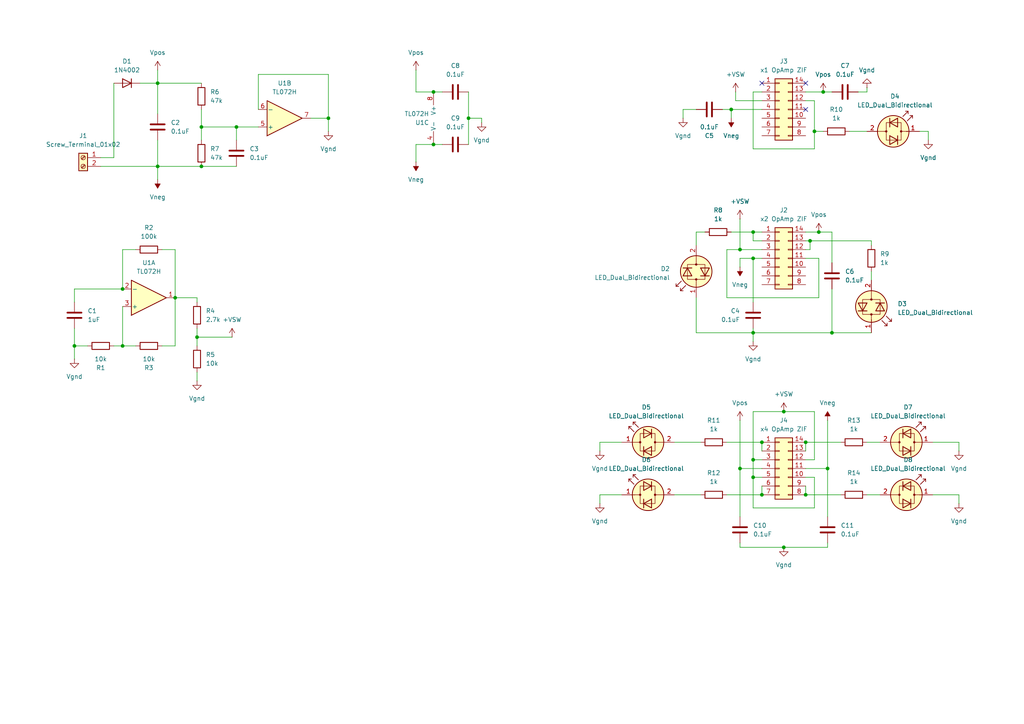
<source format=kicad_sch>
(kicad_sch (version 20231120) (generator "eeschema") (generator_version "8.0")
  (paper "A4")
  (lib_symbols
    (symbol "Amplifier_Operational:TL072" (pin_names (offset 0.127))
      (property "Reference" "U" (at 0 5.08 0))
      (property "Value" "TL072" (at 0 -5.08 0))
      (symbol "TL072_1_1"
        (polyline (pts (xy -5.08 5.08) (xy 5.08 0) (xy -5.08 -5.08) (xy -5.08 5.08)) (stroke (width 0.254)) (fill (type background)))
        (pin output line (at 7.62 0 180) (length 2.54) (name "~") (number "1"))
        (pin input line (at -7.62 -2.54 0) (length 2.54) (name "-") (number "2"))
        (pin input line (at -7.62 2.54 0) (length 2.54) (name "+") (number "3"))
      )
      (symbol "TL072_2_1"
        (polyline (pts (xy -5.08 5.08) (xy 5.08 0) (xy -5.08 -5.08) (xy -5.08 5.08)) (stroke (width 0.254)) (fill (type background)))
        (pin input line (at -7.62 2.54 0) (length 2.54) (name "+") (number "5"))
        (pin input line (at -7.62 -2.54 0) (length 2.54) (name "-") (number "6"))
        (pin output line (at 7.62 0 180) (length 2.54) (name "~") (number "7"))
      )
      (symbol "TL072_3_1"
        (pin power_in line (at -2.54 -7.62 90) (length 3.81) (name "V-") (number "4"))
        (pin power_in line (at -2.54 7.62 270) (length 3.81) (name "V+") (number "8"))
      )
    )
    (symbol "Connector:Screw_Terminal_01x02" (pin_names (offset 1.016) hide)
      (property "Reference" "J" (at 0 2.54 0))
      (property "Value" "Screw_Terminal_01x02" (at 0 -5.08 0))
      (symbol "Screw_Terminal_01x02_1_1"
        (rectangle (start -1.27 1.27) (end 1.27 -3.81) (stroke (width 0.254)) (fill (type background)))
        (circle (center 0 -2.54) (radius 0.635) (stroke (width 0.1524)))
        (polyline (pts (xy -0.5334 -2.2098) (xy 0.3302 -3.048)) (stroke (width 0.1524)))
        (polyline (pts (xy -0.5334 0.3302) (xy 0.3302 -0.508)) (stroke (width 0.1524)))
        (polyline (pts (xy -0.3556 -2.032) (xy 0.508 -2.8702)) (stroke (width 0.1524)))
        (polyline (pts (xy -0.3556 0.508) (xy 0.508 -0.3302)) (stroke (width 0.1524)))
        (circle (center 0 0) (radius 0.635) (stroke (width 0.1524)))
        (pin passive line (at -5.08 0 0) (length 3.81) (name "Pin_1") (number "1"))
        (pin passive line (at -5.08 -2.54 0) (length 3.81) (name "Pin_2") (number "2"))
      )
    )
    (symbol "Connector_Generic:Conn_02x07_Counter_Clockwise" (pin_names (offset 1.016) hide)
      (property "Reference" "J" (at 1.27 10.16 0))
      (property "Value" "Conn_02x07_Counter_Clockwise" (at 1.27 -10.16 0))
      (symbol "Conn_02x07_Counter_Clockwise_1_1"
        (rectangle (start -1.27 -7.493) (end 0 -7.747) (stroke (width 0.1524)))
        (rectangle (start -1.27 -4.953) (end 0 -5.207) (stroke (width 0.1524)))
        (rectangle (start -1.27 -2.413) (end 0 -2.667) (stroke (width 0.1524)))
        (rectangle (start -1.27 0.127) (end 0 -0.127) (stroke (width 0.1524)))
        (rectangle (start -1.27 2.667) (end 0 2.413) (stroke (width 0.1524)))
        (rectangle (start -1.27 5.207) (end 0 4.953) (stroke (width 0.1524)))
        (rectangle (start -1.27 7.747) (end 0 7.493) (stroke (width 0.1524)))
        (rectangle (start -1.27 8.89) (end 3.81 -8.89) (stroke (width 0.254)) (fill (type background)))
        (rectangle (start 3.81 -7.493) (end 2.54 -7.747) (stroke (width 0.1524)))
        (rectangle (start 3.81 -4.953) (end 2.54 -5.207) (stroke (width 0.1524)))
        (rectangle (start 3.81 -2.413) (end 2.54 -2.667) (stroke (width 0.1524)))
        (rectangle (start 3.81 0.127) (end 2.54 -0.127) (stroke (width 0.1524)))
        (rectangle (start 3.81 2.667) (end 2.54 2.413) (stroke (width 0.1524)))
        (rectangle (start 3.81 5.207) (end 2.54 4.953) (stroke (width 0.1524)))
        (rectangle (start 3.81 7.747) (end 2.54 7.493) (stroke (width 0.1524)))
        (pin passive line (at -5.08 7.62 0) (length 3.81) (name "Pin_1") (number "1"))
        (pin passive line (at 7.62 -2.54 180) (length 3.81) (name "Pin_10") (number "10"))
        (pin passive line (at 7.62 0 180) (length 3.81) (name "Pin_11") (number "11"))
        (pin passive line (at 7.62 2.54 180) (length 3.81) (name "Pin_12") (number "12"))
        (pin passive line (at 7.62 5.08 180) (length 3.81) (name "Pin_13") (number "13"))
        (pin passive line (at 7.62 7.62 180) (length 3.81) (name "Pin_14") (number "14"))
        (pin passive line (at -5.08 5.08 0) (length 3.81) (name "Pin_2") (number "2"))
        (pin passive line (at -5.08 2.54 0) (length 3.81) (name "Pin_3") (number "3"))
        (pin passive line (at -5.08 0 0) (length 3.81) (name "Pin_4") (number "4"))
        (pin passive line (at -5.08 -2.54 0) (length 3.81) (name "Pin_5") (number "5"))
        (pin passive line (at -5.08 -5.08 0) (length 3.81) (name "Pin_6") (number "6"))
        (pin passive line (at -5.08 -7.62 0) (length 3.81) (name "Pin_7") (number "7"))
        (pin passive line (at 7.62 -7.62 180) (length 3.81) (name "Pin_8") (number "8"))
        (pin passive line (at 7.62 -5.08 180) (length 3.81) (name "Pin_9") (number "9"))
      )
    )
    (symbol "Device:C" (pin_numbers hide) (pin_names (offset 0.254))
      (property "Reference" "C" (at 0.635 2.54 0))
      (property "Value" "C" (at 0.635 -2.54 0))
      (symbol "C_0_1"
        (polyline (pts (xy -2.032 -0.762) (xy 2.032 -0.762)) (stroke (width 0.508)))
        (polyline (pts (xy -2.032 0.762) (xy 2.032 0.762)) (stroke (width 0.508)))
      )
      (symbol "C_1_1"
        (pin passive line (at 0 3.81 270) (length 2.794) (name "~") (number "1"))
        (pin passive line (at 0 -3.81 90) (length 2.794) (name "~") (number "2"))
      )
    )
    (symbol "Device:LED_Dual_Bidirectional" (pin_names (offset 0) hide)
      (property "Reference" "D" (at 0 5.715 0))
      (property "Value" "LED_Dual_Bidirectional" (at 0 -6.35 0))
      (symbol "LED_Dual_Bidirectional_0_1"
        (circle (center -2.032 0) (radius 0.254) (fill (type outline)))
        (polyline (pts (xy -4.572 0) (xy -2.54 0)))
        (polyline (pts (xy -2.032 0) (xy -2.54 0)))
        (polyline (pts (xy -1.016 3.81) (xy -1.016 1.27)) (stroke (width 0.254)))
        (polyline (pts (xy 1.27 -1.27) (xy 1.27 -3.81)) (stroke (width 0.254)))
        (polyline (pts (xy 4.064 0) (xy 2.286 0)) (fill (type outline)))
        (polyline (pts (xy 4.318 5.842) (xy 4.318 5.08)) (stroke (width 0.2032)))
        (polyline (pts (xy 5.588 4.572) (xy 5.588 3.81)) (stroke (width 0.2032)))
        (polyline (pts (xy 2.794 4.318) (xy 4.318 5.842) (xy 3.556 5.842)) (stroke (width 0.2032)))
        (polyline (pts (xy 4.064 3.048) (xy 5.588 4.572) (xy 4.826 4.572)) (stroke (width 0.2032)))
        (polyline (pts (xy -1.016 -1.27) (xy -1.016 -3.81) (xy 1.27 -2.54) (xy -1.016 -1.27)) (stroke (width 0.254)))
        (polyline (pts (xy 1.27 3.81) (xy 1.27 1.27) (xy -1.016 2.54) (xy 1.27 3.81)) (stroke (width 0.254)))
        (polyline (pts (xy 2.286 2.54) (xy -2.032 2.54) (xy -2.032 -2.54) (xy 2.286 -2.54) (xy 2.286 2.54)))
        (circle (center 0 0) (radius 4.572) (stroke (width 0.254)) (fill (type background)))
        (circle (center 2.286 0) (radius 0.254) (fill (type outline)))
      )
      (symbol "LED_Dual_Bidirectional_1_1"
        (pin input line (at 7.62 0 180) (length 3.81) (name "KA") (number "1"))
        (pin input line (at -7.62 0 0) (length 3.048) (name "AK") (number "2"))
      )
    )
    (symbol "Device:R" (pin_numbers hide) (pin_names (offset 0))
      (property "Reference" "R" (at 2.032 0 90))
      (property "Value" "R" (at 0 0 90))
      (symbol "R_0_1"
        (rectangle (start -1.016 -2.54) (end 1.016 2.54) (stroke (width 0.254)))
      )
      (symbol "R_1_1"
        (pin passive line (at 0 3.81 270) (length 1.27) (name "~") (number "1"))
        (pin passive line (at 0 -3.81 90) (length 1.27) (name "~") (number "2"))
      )
    )
    (symbol "Diode:1N4002" (pin_numbers hide) (pin_names hide)
      (property "Reference" "D" (at 0 2.54 0))
      (property "Value" "1N4002" (at 0 -2.54 0))
      (symbol "1N4002_0_1"
        (polyline (pts (xy -1.27 1.27) (xy -1.27 -1.27)) (stroke (width 0.254)))
        (polyline (pts (xy 1.27 0) (xy -1.27 0)))
        (polyline (pts (xy 1.27 1.27) (xy 1.27 -1.27) (xy -1.27 0) (xy 1.27 1.27)) (stroke (width 0.254)))
      )
      (symbol "1N4002_1_1"
        (pin passive line (at -3.81 0 0) (length 2.54) (name "K") (number "1"))
        (pin passive line (at 3.81 0 180) (length 2.54) (name "A") (number "2"))
      )
    )
    (symbol "power:+VSW" (power) (pin_numbers hide) (pin_names (offset 0) hide)
      (property "Value" "+VSW" (at 0 3.556 0))
      (symbol "+VSW_0_1"
        (polyline (pts (xy -0.762 1.27) (xy 0 2.54)))
        (polyline (pts (xy 0 0) (xy 0 2.54)))
        (polyline (pts (xy 0 2.54) (xy 0.762 1.27)))
      )
      (symbol "+VSW_1_1"
        (pin power_in line (at 0 0 90) (length 0) (name "~") (number "1"))
      )
    )
    (symbol "power:-9V" (power) (pin_numbers hide) (pin_names (offset 0) hide)
      (property "Value" "-9V" (at 0 3.556 0))
      (symbol "-9V_0_1"
        (polyline (pts (xy 0 0) (xy 0 2.54)))
        (polyline (pts (xy 0.762 1.27) (xy -0.762 1.27) (xy 0 2.54) (xy 0.762 1.27)) (fill (type outline)))
      )
      (symbol "-9V_1_1"
        (pin power_in line (at 0 0 90) (length 0) (name "~") (number "1"))
      )
    )
    (symbol "power:GND" (power) (pin_numbers hide) (pin_names (offset 0) hide)
      (property "Value" "GND" (at 0 -3.81 0))
      (symbol "GND_0_1"
        (polyline (pts (xy 0 0) (xy 0 -1.27) (xy 1.27 -1.27) (xy 0 -2.54) (xy -1.27 -1.27) (xy 0 -1.27)))
      )
      (symbol "GND_1_1"
        (pin power_in line (at 0 0 270) (length 0) (name "~") (number "1"))
      )
    )
    (symbol "power:VBUS" (power) (pin_numbers hide) (pin_names (offset 0) hide)
      (property "Value" "VBUS" (at 0 3.556 0))
      (symbol "VBUS_0_1"
        (polyline (pts (xy -0.762 1.27) (xy 0 2.54)))
        (polyline (pts (xy 0 0) (xy 0 2.54)))
        (polyline (pts (xy 0 2.54) (xy 0.762 1.27)))
      )
      (symbol "VBUS_1_1"
        (pin power_in line (at 0 0 90) (length 0) (name "~") (number "1"))
      )
    )
  )
  (junction (at 233.68 128.27))
  (junction (at 57.15 97.79))
  (junction (at 35.56 83.82))
  (junction (at 135.89 34.29))
  (junction (at 45.72 48.26))
  (junction (at 58.42 36.83))
  (junction (at 240.03 135.89))
  (junction (at 241.3 96.52))
  (junction (at 214.63 135.89))
  (junction (at 227.33 158.75))
  (junction (at 236.22 38.1))
  (junction (at 35.56 100.33))
  (junction (at 220.98 143.51))
  (junction (at 21.59 100.33))
  (junction (at 212.09 31.75))
  (junction (at 237.49 67.31))
  (junction (at 125.73 26.67))
  (junction (at 234.95 69.85))
  (junction (at 125.73 41.91))
  (junction (at 227.33 119.38))
  (junction (at 218.44 133.35))
  (junction (at 50.8 86.36))
  (junction (at 218.44 138.43))
  (junction (at 58.42 48.26))
  (junction (at 45.72 24.13))
  (junction (at 238.76 26.67))
  (junction (at 218.44 67.31))
  (junction (at 95.25 34.29))
  (junction (at 68.58 36.83))
  (junction (at 233.68 143.51))
  (junction (at 214.63 72.39))
  (junction (at 220.98 128.27))
  (junction (at 218.44 96.52))
  (junction (at 218.44 74.93))
  (no_connect (at 233.68 31.75))
  (no_connect (at 220.98 24.13))
  (no_connect (at 233.68 24.13))
  (wire (pts (xy 45.72 20.32) (xy 45.72 24.13)))
  (wire (pts (xy 236.22 138.43) (xy 233.68 138.43)))
  (wire (pts (xy 237.49 67.31) (xy 241.3 67.31)))
  (wire (pts (xy 21.59 100.33) (xy 21.59 104.14)))
  (wire (pts (xy 125.73 41.91) (xy 128.27 41.91)))
  (wire (pts (xy 95.25 34.29) (xy 90.17 34.29)))
  (wire (pts (xy 237.49 74.93) (xy 237.49 86.36)))
  (wire (pts (xy 33.02 45.72) (xy 29.21 45.72)))
  (wire (pts (xy 57.15 95.25) (xy 57.15 97.79)))
  (wire (pts (xy 241.3 83.82) (xy 241.3 96.52)))
  (wire (pts (xy 220.98 135.89) (xy 214.63 135.89)))
  (wire (pts (xy 212.09 31.75) (xy 220.98 31.75)))
  (wire (pts (xy 58.42 24.13) (xy 45.72 24.13)))
  (wire (pts (xy 251.46 128.27) (xy 255.27 128.27)))
  (wire (pts (xy 139.7 35.56) (xy 139.7 34.29)))
  (wire (pts (xy 45.72 24.13) (xy 40.64 24.13)))
  (wire (pts (xy 29.21 48.26) (xy 45.72 48.26)))
  (wire (pts (xy 218.44 119.38) (xy 218.44 133.35)))
  (wire (pts (xy 212.09 31.75) (xy 212.09 34.29)))
  (wire (pts (xy 218.44 95.25) (xy 218.44 96.52)))
  (wire (pts (xy 214.63 72.39) (xy 220.98 72.39)))
  (wire (pts (xy 218.44 69.85) (xy 218.44 67.31)))
  (wire (pts (xy 233.68 69.85) (xy 234.95 69.85)))
  (wire (pts (xy 233.68 26.67) (xy 238.76 26.67)))
  (wire (pts (xy 248.92 26.67) (xy 251.46 26.67)))
  (wire (pts (xy 68.58 36.83) (xy 68.58 40.64)))
  (wire (pts (xy 218.44 119.38) (xy 227.33 119.38)))
  (wire (pts (xy 58.42 36.83) (xy 58.42 40.64)))
  (wire (pts (xy 201.93 96.52) (xy 218.44 96.52)))
  (wire (pts (xy 68.58 36.83) (xy 58.42 36.83)))
  (wire (pts (xy 198.12 31.75) (xy 198.12 34.29)))
  (wire (pts (xy 135.89 26.67) (xy 135.89 34.29)))
  (wire (pts (xy 74.93 31.75) (xy 74.93 21.59)))
  (wire (pts (xy 218.44 133.35) (xy 218.44 138.43)))
  (wire (pts (xy 218.44 43.18) (xy 236.22 43.18)))
  (wire (pts (xy 218.44 96.52) (xy 218.44 99.06)))
  (wire (pts (xy 237.49 86.36) (xy 210.82 86.36)))
  (wire (pts (xy 218.44 147.32) (xy 236.22 147.32)))
  (wire (pts (xy 35.56 100.33) (xy 39.37 100.33)))
  (wire (pts (xy 241.3 67.31) (xy 241.3 76.2)))
  (wire (pts (xy 238.76 26.67) (xy 241.3 26.67)))
  (wire (pts (xy 236.22 29.21) (xy 233.68 29.21)))
  (wire (pts (xy 57.15 97.79) (xy 67.31 97.79)))
  (wire (pts (xy 233.68 143.51) (xy 243.84 143.51)))
  (wire (pts (xy 233.68 128.27) (xy 233.68 130.81)))
  (wire (pts (xy 21.59 100.33) (xy 25.4 100.33)))
  (wire (pts (xy 233.68 135.89) (xy 240.03 135.89)))
  (wire (pts (xy 236.22 147.32) (xy 236.22 138.43)))
  (wire (pts (xy 35.56 100.33) (xy 33.02 100.33)))
  (wire (pts (xy 218.44 26.67) (xy 218.44 43.18)))
  (wire (pts (xy 50.8 72.39) (xy 50.8 86.36)))
  (wire (pts (xy 240.03 135.89) (xy 240.03 149.86)))
  (wire (pts (xy 227.33 158.75) (xy 240.03 158.75)))
  (wire (pts (xy 173.99 130.81) (xy 173.99 128.27)))
  (wire (pts (xy 220.98 26.67) (xy 218.44 26.67)))
  (wire (pts (xy 95.25 34.29) (xy 95.25 38.1)))
  (wire (pts (xy 125.73 26.67) (xy 128.27 26.67)))
  (wire (pts (xy 236.22 38.1) (xy 236.22 29.21)))
  (wire (pts (xy 45.72 24.13) (xy 45.72 33.02)))
  (wire (pts (xy 213.36 29.21) (xy 220.98 29.21)))
  (wire (pts (xy 212.09 67.31) (xy 218.44 67.31)))
  (wire (pts (xy 236.22 43.18) (xy 236.22 38.1)))
  (wire (pts (xy 233.68 74.93) (xy 237.49 74.93)))
  (wire (pts (xy 57.15 87.63) (xy 57.15 86.36)))
  (wire (pts (xy 214.63 158.75) (xy 227.33 158.75)))
  (wire (pts (xy 201.93 86.36) (xy 201.93 96.52)))
  (wire (pts (xy 246.38 38.1) (xy 251.46 38.1)))
  (wire (pts (xy 218.44 67.31) (xy 220.98 67.31)))
  (wire (pts (xy 195.58 143.51) (xy 203.2 143.51)))
  (wire (pts (xy 240.03 157.48) (xy 240.03 158.75)))
  (wire (pts (xy 173.99 128.27) (xy 180.34 128.27)))
  (wire (pts (xy 210.82 86.36) (xy 210.82 72.39)))
  (wire (pts (xy 218.44 74.93) (xy 220.98 74.93)))
  (wire (pts (xy 234.95 72.39) (xy 234.95 69.85)))
  (wire (pts (xy 218.44 96.52) (xy 241.3 96.52)))
  (wire (pts (xy 39.37 72.39) (xy 35.56 72.39)))
  (wire (pts (xy 233.68 67.31) (xy 237.49 67.31)))
  (wire (pts (xy 236.22 133.35) (xy 236.22 119.38)))
  (wire (pts (xy 214.63 157.48) (xy 214.63 158.75)))
  (wire (pts (xy 251.46 143.51) (xy 255.27 143.51)))
  (wire (pts (xy 214.63 135.89) (xy 214.63 149.86)))
  (wire (pts (xy 227.33 119.38) (xy 236.22 119.38)))
  (wire (pts (xy 210.82 143.51) (xy 220.98 143.51)))
  (wire (pts (xy 46.99 100.33) (xy 50.8 100.33)))
  (wire (pts (xy 278.13 128.27) (xy 270.51 128.27)))
  (wire (pts (xy 214.63 74.93) (xy 218.44 74.93)))
  (wire (pts (xy 57.15 107.95) (xy 57.15 110.49)))
  (wire (pts (xy 220.98 69.85) (xy 218.44 69.85)))
  (wire (pts (xy 218.44 133.35) (xy 220.98 133.35)))
  (wire (pts (xy 45.72 40.64) (xy 45.72 48.26)))
  (wire (pts (xy 50.8 86.36) (xy 57.15 86.36)))
  (wire (pts (xy 252.73 71.12) (xy 252.73 69.85)))
  (wire (pts (xy 45.72 48.26) (xy 58.42 48.26)))
  (wire (pts (xy 195.58 128.27) (xy 203.2 128.27)))
  (wire (pts (xy 269.24 38.1) (xy 266.7 38.1)))
  (wire (pts (xy 278.13 146.05) (xy 278.13 143.51)))
  (wire (pts (xy 50.8 86.36) (xy 50.8 100.33)))
  (wire (pts (xy 120.65 46.99) (xy 120.65 41.91)))
  (wire (pts (xy 278.13 128.27) (xy 278.13 130.81)))
  (wire (pts (xy 95.25 21.59) (xy 95.25 34.29)))
  (wire (pts (xy 220.98 140.97) (xy 220.98 143.51)))
  (wire (pts (xy 209.55 31.75) (xy 212.09 31.75)))
  (wire (pts (xy 21.59 95.25) (xy 21.59 100.33)))
  (wire (pts (xy 173.99 146.05) (xy 173.99 143.51)))
  (wire (pts (xy 210.82 128.27) (xy 220.98 128.27)))
  (wire (pts (xy 201.93 67.31) (xy 204.47 67.31)))
  (wire (pts (xy 74.93 21.59) (xy 95.25 21.59)))
  (wire (pts (xy 201.93 67.31) (xy 201.93 71.12)))
  (wire (pts (xy 218.44 138.43) (xy 218.44 147.32)))
  (wire (pts (xy 46.99 72.39) (xy 50.8 72.39)))
  (wire (pts (xy 233.68 128.27) (xy 243.84 128.27)))
  (wire (pts (xy 236.22 38.1) (xy 238.76 38.1)))
  (wire (pts (xy 33.02 24.13) (xy 33.02 45.72)))
  (wire (pts (xy 214.63 121.92) (xy 214.63 135.89)))
  (wire (pts (xy 21.59 87.63) (xy 21.59 83.82)))
  (wire (pts (xy 35.56 88.9) (xy 35.56 100.33)))
  (wire (pts (xy 278.13 143.51) (xy 270.51 143.51)))
  (wire (pts (xy 220.98 128.27) (xy 220.98 130.81)))
  (wire (pts (xy 252.73 78.74) (xy 252.73 81.28)))
  (wire (pts (xy 241.3 96.52) (xy 252.73 96.52)))
  (wire (pts (xy 210.82 72.39) (xy 214.63 72.39)))
  (wire (pts (xy 45.72 48.26) (xy 45.72 52.07)))
  (wire (pts (xy 68.58 36.83) (xy 74.93 36.83)))
  (wire (pts (xy 120.65 20.32) (xy 120.65 26.67)))
  (wire (pts (xy 57.15 97.79) (xy 57.15 100.33)))
  (wire (pts (xy 220.98 138.43) (xy 218.44 138.43)))
  (wire (pts (xy 35.56 72.39) (xy 35.56 83.82)))
  (wire (pts (xy 214.63 77.47) (xy 214.63 74.93)))
  (wire (pts (xy 214.63 63.5) (xy 214.63 72.39)))
  (wire (pts (xy 218.44 87.63) (xy 218.44 74.93)))
  (wire (pts (xy 21.59 83.82) (xy 35.56 83.82)))
  (wire (pts (xy 234.95 69.85) (xy 252.73 69.85)))
  (wire (pts (xy 58.42 48.26) (xy 68.58 48.26)))
  (wire (pts (xy 251.46 26.67) (xy 251.46 25.4)))
  (wire (pts (xy 240.03 121.92) (xy 240.03 135.89)))
  (wire (pts (xy 269.24 40.64) (xy 269.24 38.1)))
  (wire (pts (xy 201.93 31.75) (xy 198.12 31.75)))
  (wire (pts (xy 233.68 72.39) (xy 234.95 72.39)))
  (wire (pts (xy 213.36 26.67) (xy 213.36 29.21)))
  (wire (pts (xy 139.7 34.29) (xy 135.89 34.29)))
  (wire (pts (xy 135.89 34.29) (xy 135.89 41.91)))
  (wire (pts (xy 173.99 143.51) (xy 180.34 143.51)))
  (wire (pts (xy 120.65 26.67) (xy 125.73 26.67)))
  (wire (pts (xy 120.65 41.91) (xy 125.73 41.91)))
  (wire (pts (xy 233.68 133.35) (xy 236.22 133.35)))
  (wire (pts (xy 233.68 140.97) (xy 233.68 143.51)))
  (wire (pts (xy 58.42 31.75) (xy 58.42 36.83)))
  (symbol (lib_id "power:GND") (at 57.15 110.49 0) (unit 1)
    (property "Reference" "#PWR05" (effects (hide yes)))
    (property "Value" "Vgnd" (at 57.15 115.57 0))
    (property "Description" "Power symbol creates a global label with name \"GND\" , ground" (effects (hide yes)))
  )
  (symbol (lib_id "Device:LED_Dual_Bidirectional") (at 262.89 143.51 0) (unit 1)
    (property "Reference" "D8" (at 263.3853 133.35 0))
    (property "Value" "LED_Dual_Bidirectional" (at 263.3853 135.89 0))
    (property "Footprint" "LED_SMD:LED_0805_2012Metric" (effects (hide yes)))
    (property "Datasheet" "https://www.mouser.com/datasheet/2/216/APHBM2012SURKCGKC-72097.pdf" (effects (hide yes)))
    (property "Description" "Dual LED, bidirectional" (effects (hide yes)))
  )
  (symbol (lib_id "power:VBUS") (at 237.49 67.31 0) (unit 1)
    (property "Reference" "#PWR010" (effects (hide yes)))
    (property "Value" "Vpos" (at 237.49 62.23 0))
    (property "Description" "Power symbol creates a global label with name \"VBUS\"" (effects (hide yes)))
  )
  (symbol (lib_id "Device:LED_Dual_Bidirectional") (at 262.89 128.27 0) (unit 1)
    (property "Reference" "D7" (at 263.3853 118.11 0))
    (property "Value" "LED_Dual_Bidirectional" (at 263.3853 120.65 0))
    (property "Footprint" "LED_SMD:LED_0805_2012Metric" (effects (hide yes)))
    (property "Datasheet" "https://www.mouser.com/datasheet/2/216/APHBM2012SURKCGKC-72097.pdf" (effects (hide yes)))
    (property "Description" "Dual LED, bidirectional" (effects (hide yes)))
  )
  (symbol (lib_id "Amplifier_Operational:TL072") (at 82.55 34.29 0) (mirror x) (unit 2)
    (property "Reference" "U1" (at 82.55 24.13 0))
    (property "Value" "TL072H" (at 82.55 26.67 0))
    (property "Footprint" "Package_SO:SOIC-8_3.9x4.9mm_P1.27mm" (effects (hide yes)))
    (property "Datasheet" "https://www.ti.com/lit/ds/symlink/tl072h.pdf" (effects (hide yes)))
    (property "Description" "Dual Low-Noise JFET-Input Operational Amplifiers, DIP-8/SOIC-8" (effects (hide yes)))
  )
  (symbol (lib_id "power:VBUS") (at 238.76 26.67 0) (unit 1)
    (property "Reference" "#PWR014" (effects (hide yes)))
    (property "Value" "Vpos" (at 238.76 21.59 0))
    (property "Description" "Power symbol creates a global label with name \"VBUS\"" (effects (hide yes)))
  )
  (symbol (lib_id "power:GND") (at 218.44 99.06 0) (unit 1)
    (property "Reference" "#PWR07" (effects (hide yes)))
    (property "Value" "Vgnd" (at 218.44 104.14 0))
    (property "Description" "Power symbol creates a global label with name \"GND\" , ground" (effects (hide yes)))
  )
  (symbol (lib_id "power:GND") (at 269.24 40.64 0) (unit 1)
    (property "Reference" "#PWR017" (effects (hide yes)))
    (property "Value" "Vgnd" (at 269.24 45.72 0))
    (property "Description" "Power symbol creates a global label with name \"GND\" , ground" (effects (hide yes)))
  )
  (symbol (lib_id "Device:C") (at 245.11 26.67 90) (unit 1)
    (property "Reference" "C7" (at 245.11 19.05 90))
    (property "Value" "0.1uF" (at 245.11 21.59 90))
    (property "Footprint" "Capacitor_SMD:C_0805_2012Metric" (effects (hide yes)))
    (property "Description" "Unpolarized capacitor" (effects (hide yes)))
  )
  (symbol (lib_id "Device:LED_Dual_Bidirectional") (at 187.96 128.27 0) (mirror y) (unit 1)
    (property "Reference" "D5" (at 187.4647 118.11 0))
    (property "Value" "LED_Dual_Bidirectional" (at 187.4647 120.65 0))
    (property "Footprint" "LED_SMD:LED_0805_2012Metric" (effects (hide yes)))
    (property "Datasheet" "https://www.mouser.com/datasheet/2/216/APHBM2012SURKCGKC-72097.pdf" (effects (hide yes)))
    (property "Description" "Dual LED, bidirectional" (effects (hide yes)))
  )
  (symbol (lib_id "Device:R") (at 207.01 143.51 90) (unit 1)
    (property "Reference" "R12" (at 207.01 137.16 90))
    (property "Value" "1k" (at 207.01 139.7 90))
    (property "Footprint" "Resistor_SMD:R_0805_2012Metric" (effects (hide yes)))
    (property "Description" "Resistor" (effects (hide yes)))
  )
  (symbol (lib_id "Device:R") (at 207.01 128.27 90) (unit 1)
    (property "Reference" "R11" (at 207.01 121.92 90))
    (property "Value" "1k" (at 207.01 124.46 90))
    (property "Footprint" "Resistor_SMD:R_0805_2012Metric" (effects (hide yes)))
    (property "Description" "Resistor" (effects (hide yes)))
  )
  (symbol (lib_id "Device:C") (at 132.08 41.91 90) (unit 1)
    (property "Reference" "C9" (at 132.08 34.29 90))
    (property "Value" "0.1uF" (at 132.08 36.83 90))
    (property "Footprint" "Capacitor_SMD:C_0805_2012Metric" (effects (hide yes)))
    (property "Description" "Unpolarized capacitor" (effects (hide yes)))
  )
  (symbol (lib_id "Device:C") (at 214.63 153.67 0) (unit 1)
    (property "Reference" "C10" (at 218.44 152.3999 0) (effects (justify left)))
    (property "Value" "0.1uF" (at 218.44 154.9399 0) (effects (justify left)))
    (property "Footprint" "Capacitor_SMD:C_0805_2012Metric" (effects (hide yes)))
    (property "Description" "Unpolarized capacitor" (effects (hide yes)))
  )
  (symbol (lib_id "Amplifier_Operational:TL072") (at 128.27 34.29 0) (unit 3)
    (property "Reference" "U1" (at 124.46 35.5601 0) (effects (justify right)))
    (property "Value" "TL072H" (at 124.46 33.0201 0) (effects (justify right)))
    (property "Footprint" "Package_SO:SOIC-8_3.9x4.9mm_P1.27mm" (effects (hide yes)))
    (property "Datasheet" "https://www.ti.com/lit/ds/symlink/tl072h.pdf" (effects (hide yes)))
    (property "Description" "Dual Low-Noise JFET-Input Operational Amplifiers, DIP-8/SOIC-8" (effects (hide yes)))
  )
  (symbol (lib_id "Connector:Screw_Terminal_01x02") (at 24.13 45.72 0) (mirror y) (unit 1)
    (property "Reference" "J1" (at 24.13 39.37 0))
    (property "Value" "Screw_Terminal_01x02" (at 24.13 41.91 0))
    (property "Footprint" "TerminalBlock:TerminalBlock_Altech_AK300-2_P5.00mm" (effects (hide yes)))
    (property "Description" "Generic screw terminal, single row, 01x02, script generated (kicad-library-utils/schlib/autogen/connector/)" (effects (hide yes)))
  )
  (symbol (lib_id "Device:R") (at 58.42 44.45 0) (unit 1)
    (property "Reference" "R7" (at 60.96 43.1799 0) (effects (justify left)))
    (property "Value" "47k" (at 60.96 45.7199 0) (effects (justify left)))
    (property "Footprint" "Resistor_SMD:R_0805_2012Metric" (effects (hide yes)))
    (property "Description" "Resistor" (effects (hide yes)))
  )
  (symbol (lib_id "Diode:1N4002") (at 36.83 24.13 0) (mirror y) (unit 1)
    (property "Reference" "D1" (at 36.83 17.78 0))
    (property "Value" "1N4002" (at 36.83 20.32 0))
    (property "Footprint" "Diode_THT:D_DO-41_SOD81_P10.16mm_Horizontal" (effects (hide yes)))
    (property "Datasheet" "http://www.vishay.com/docs/88503/1n4001.pdf" (effects (hide yes)))
    (property "Description" "100V 1A General Purpose Rectifier Diode, DO-41" (effects (hide yes)))
    (property "Sim.Device" "D" (effects (hide yes)))
    (property "Sim.Pins" "1=K 2=A" (effects (hide yes)))
  )
  (symbol (lib_id "Amplifier_Operational:TL072") (at 43.18 86.36 0) (mirror x) (unit 1)
    (property "Reference" "U1" (at 43.18 76.2 0))
    (property "Value" "TL072H" (at 43.18 78.74 0))
    (property "Footprint" "Package_SO:SOIC-8_3.9x4.9mm_P1.27mm" (effects (hide yes)))
    (property "Datasheet" "https://www.ti.com/lit/ds/symlink/tl072h.pdf" (effects (hide yes)))
    (property "Description" "Dual Low-Noise JFET-Input Operational Amplifiers, DIP-8/SOIC-8" (effects (hide yes)))
  )
  (symbol (lib_id "power:-9V") (at 45.72 52.07 180) (unit 1)
    (property "Reference" "#PWR03" (effects (hide yes)))
    (property "Value" "Vneg" (at 45.72 57.15 0))
    (property "Description" "Power symbol creates a global label with name \"-9V\"" (effects (hide yes)))
  )
  (symbol (lib_id "power:GND") (at 173.99 130.81 0) (unit 1)
    (property "Reference" "#PWR018" (effects (hide yes)))
    (property "Value" "Vgnd" (at 173.99 135.89 0))
    (property "Description" "Power symbol creates a global label with name \"GND\" , ground" (effects (hide yes)))
  )
  (symbol (lib_id "power:GND") (at 227.33 158.75 0) (unit 1)
    (property "Reference" "#PWR021" (effects (hide yes)))
    (property "Value" "Vgnd" (at 227.33 163.83 0))
    (property "Description" "Power symbol creates a global label with name \"GND\" , ground" (effects (hide yes)))
  )
  (symbol (lib_id "Device:C") (at 218.44 91.44 0) (mirror y) (unit 1)
    (property "Reference" "C4" (at 214.63 90.1699 0) (effects (justify left)))
    (property "Value" "0.1uF" (at 214.63 92.7099 0) (effects (justify left)))
    (property "Footprint" "Capacitor_SMD:C_0805_2012Metric" (effects (hide yes)))
    (property "Description" "Unpolarized capacitor" (effects (hide yes)))
  )
  (symbol (lib_id "Connector_Generic:Conn_02x07_Counter_Clockwise") (at 226.06 135.89 0) (unit 1)
    (property "Reference" "J4" (at 227.33 121.92 0))
    (property "Value" "x4 OpAmp ZIF" (at 227.33 124.46 0))
    (property "Footprint" "Package_DIP:CERDIP-14_W7.62mm_SideBrazed_LongPads_Socket" (effects (hide yes)))
    (property "Description" "Generic connector, double row, 02x07, counter clockwise pin numbering scheme (similar to DIP package numbering), script generated (kicad-library-utils/schlib/autogen/connector/)" (effects (hide yes)))
  )
  (symbol (lib_id "power:GND") (at 95.25 38.1 0) (unit 1)
    (property "Reference" "#PWR011" (effects (hide yes)))
    (property "Value" "Vgnd" (at 95.25 43.18 0))
    (property "Description" "Power symbol creates a global label with name \"GND\" , ground" (effects (hide yes)))
  )
  (symbol (lib_id "Device:LED_Dual_Bidirectional") (at 259.08 38.1 0) (unit 1)
    (property "Reference" "D4" (at 259.5753 27.94 0))
    (property "Value" "LED_Dual_Bidirectional" (at 259.5753 30.48 0))
    (property "Footprint" "LED_SMD:LED_0805_2012Metric" (effects (hide yes)))
    (property "Datasheet" "https://www.mouser.com/datasheet/2/216/APHBM2012SURKCGKC-72097.pdf" (effects (hide yes)))
    (property "Description" "Dual LED, bidirectional" (effects (hide yes)))
  )
  (symbol (lib_id "Device:R") (at 247.65 128.27 90) (unit 1)
    (property "Reference" "R13" (at 247.65 121.92 90))
    (property "Value" "1k" (at 247.65 124.46 90))
    (property "Footprint" "Resistor_SMD:R_0805_2012Metric" (effects (hide yes)))
    (property "Description" "Resistor" (effects (hide yes)))
  )
  (symbol (lib_id "power:-9V") (at 240.03 121.92 0) (mirror y) (unit 1)
    (property "Reference" "#PWR022" (effects (hide yes)))
    (property "Value" "Vneg" (at 240.03 116.84 0))
    (property "Description" "Power symbol creates a global label with name \"-9V\"" (effects (hide yes)))
  )
  (symbol (lib_id "Device:R") (at 57.15 104.14 0) (unit 1)
    (property "Reference" "R5" (at 59.69 102.8699 0) (effects (justify left)))
    (property "Value" "10k" (at 59.69 105.4099 0) (effects (justify left)))
    (property "Footprint" "Resistor_SMD:R_0805_2012Metric" (effects (hide yes)))
    (property "Description" "Resistor" (effects (hide yes)))
  )
  (symbol (lib_id "power:GND") (at 278.13 146.05 0) (unit 1)
    (property "Reference" "#PWR024" (effects (hide yes)))
    (property "Value" "Vgnd" (at 278.13 151.13 0))
    (property "Description" "Power symbol creates a global label with name \"GND\" , ground" (effects (hide yes)))
  )
  (symbol (lib_id "power:VBUS") (at 120.65 20.32 0) (unit 1)
    (property "Reference" "#PWR012" (effects (hide yes)))
    (property "Value" "Vpos" (at 120.65 15.24 0))
    (property "Description" "Power symbol creates a global label with name \"VBUS\"" (effects (hide yes)))
  )
  (symbol (lib_id "Device:R") (at 58.42 27.94 0) (unit 1)
    (property "Reference" "R6" (at 60.96 26.6699 0) (effects (justify left)))
    (property "Value" "47k" (at 60.96 29.2099 0) (effects (justify left)))
    (property "Footprint" "Resistor_SMD:R_0805_2012Metric" (effects (hide yes)))
    (property "Description" "Resistor" (effects (hide yes)))
  )
  (symbol (lib_id "Device:LED_Dual_Bidirectional") (at 201.93 78.74 90) (mirror x) (unit 1)
    (property "Reference" "D2" (at 194.31 77.9652 90) (effects (justify left)))
    (property "Value" "LED_Dual_Bidirectional" (at 194.31 80.5052 90) (effects (justify left)))
    (property "Footprint" "LED_SMD:LED_0805_2012Metric" (effects (hide yes)))
    (property "Datasheet" "https://www.mouser.com/datasheet/2/216/APHBM2012SURKCGKC-72097.pdf" (effects (hide yes)))
    (property "Description" "Dual LED, bidirectional" (effects (hide yes)))
  )
  (symbol (lib_id "power:VBUS") (at 45.72 20.32 0) (unit 1)
    (property "Reference" "#PWR02" (effects (hide yes)))
    (property "Value" "Vpos" (at 45.72 15.24 0))
    (property "Description" "Power symbol creates a global label with name \"VBUS\"" (effects (hide yes)))
  )
  (symbol (lib_id "power:GND") (at 198.12 34.29 0) (unit 1)
    (property "Reference" "#PWR08" (effects (hide yes)))
    (property "Value" "Vgnd" (at 198.12 39.37 0))
    (property "Description" "Power symbol creates a global label with name \"GND\" , ground" (effects (hide yes)))
  )
  (symbol (lib_id "power:GND") (at 251.46 25.4 0) (mirror x) (unit 1)
    (property "Reference" "#PWR015" (effects (hide yes)))
    (property "Value" "Vgnd" (at 251.46 20.32 0))
    (property "Description" "Power symbol creates a global label with name \"GND\" , ground" (effects (hide yes)))
  )
  (symbol (lib_id "Device:R") (at 247.65 143.51 90) (unit 1)
    (property "Reference" "R14" (at 247.65 137.16 90))
    (property "Value" "1k" (at 247.65 139.7 90))
    (property "Footprint" "Resistor_SMD:R_0805_2012Metric" (effects (hide yes)))
    (property "Description" "Resistor" (effects (hide yes)))
  )
  (symbol (lib_id "power:+VSW") (at 227.33 119.38 0) (unit 1)
    (property "Reference" "#PWR027" (effects (hide yes)))
    (property "Value" "+VSW" (at 227.33 114.3 0))
    (property "Description" "Power symbol creates a global label with name \"+VSW\"" (effects (hide yes)))
  )
  (symbol (lib_id "Device:R") (at 242.57 38.1 90) (unit 1)
    (property "Reference" "R10" (at 242.57 31.75 90))
    (property "Value" "1k" (at 242.57 34.29 90))
    (property "Footprint" "Resistor_SMD:R_0805_2012Metric" (effects (hide yes)))
    (property "Description" "Resistor" (effects (hide yes)))
  )
  (symbol (lib_id "Device:C") (at 240.03 153.67 0) (unit 1)
    (property "Reference" "C11" (at 243.84 152.3999 0) (effects (justify left)))
    (property "Value" "0.1uF" (at 243.84 154.9399 0) (effects (justify left)))
    (property "Footprint" "Capacitor_SMD:C_0805_2012Metric" (effects (hide yes)))
    (property "Description" "Unpolarized capacitor" (effects (hide yes)))
  )
  (symbol (lib_id "Device:C") (at 45.72 36.83 0) (unit 1)
    (property "Reference" "C2" (at 49.53 35.5599 0) (effects (justify left)))
    (property "Value" "0.1uF" (at 49.53 38.0999 0) (effects (justify left)))
    (property "Footprint" "Capacitor_SMD:C_0805_2012Metric" (effects (hide yes)))
    (property "Description" "Unpolarized capacitor" (effects (hide yes)))
  )
  (symbol (lib_id "Device:LED_Dual_Bidirectional") (at 252.73 88.9 270) (unit 1)
    (property "Reference" "D3" (at 260.35 88.1252 90) (effects (justify left)))
    (property "Value" "LED_Dual_Bidirectional" (at 260.35 90.6652 90) (effects (justify left)))
    (property "Footprint" "LED_SMD:LED_0805_2012Metric" (effects (hide yes)))
    (property "Datasheet" "https://www.mouser.com/datasheet/2/216/APHBM2012SURKCGKC-72097.pdf" (effects (hide yes)))
    (property "Description" "Dual LED, bidirectional" (effects (hide yes)))
  )
  (symbol (lib_id "power:GND") (at 139.7 35.56 0) (unit 1)
    (property "Reference" "#PWR016" (effects (hide yes)))
    (property "Value" "Vgnd" (at 139.7 40.64 0))
    (property "Description" "Power symbol creates a global label with name \"GND\" , ground" (effects (hide yes)))
  )
  (symbol (lib_id "power:+VSW") (at 214.63 63.5 0) (unit 1)
    (property "Reference" "#PWR026" (effects (hide yes)))
    (property "Value" "+VSW" (at 214.63 58.42 0))
    (property "Description" "Power symbol creates a global label with name \"+VSW\"" (effects (hide yes)))
  )
  (symbol (lib_id "Device:R") (at 29.21 100.33 270) (mirror x) (unit 1)
    (property "Reference" "R1" (at 29.21 106.68 90))
    (property "Value" "10k" (at 29.21 104.14 90))
    (property "Footprint" "Resistor_SMD:R_0805_2012Metric" (effects (hide yes)))
    (property "Description" "Resistor" (effects (hide yes)))
  )
  (symbol (lib_id "Connector_Generic:Conn_02x07_Counter_Clockwise") (at 226.06 74.93 0) (unit 1)
    (property "Reference" "J2" (at 227.33 60.96 0))
    (property "Value" "x2 OpAmp ZIF" (at 227.33 63.5 0))
    (property "Footprint" "Package_DIP:CERDIP-14_W7.62mm_SideBrazed_LongPads_Socket" (effects (hide yes)))
    (property "Description" "Generic connector, double row, 02x07, counter clockwise pin numbering scheme (similar to DIP package numbering), script generated (kicad-library-utils/schlib/autogen/connector/)" (effects (hide yes)))
  )
  (symbol (lib_id "power:GND") (at 21.59 104.14 0) (unit 1)
    (property "Reference" "#PWR01" (effects (hide yes)))
    (property "Value" "Vgnd" (at 21.59 109.22 0))
    (property "Description" "Power symbol creates a global label with name \"GND\" , ground" (effects (hide yes)))
  )
  (symbol (lib_id "Device:C") (at 68.58 44.45 0) (unit 1)
    (property "Reference" "C3" (at 72.39 43.1799 0) (effects (justify left)))
    (property "Value" "0.1uF" (at 72.39 45.7199 0) (effects (justify left)))
    (property "Footprint" "Capacitor_SMD:C_0805_2012Metric" (effects (hide yes)))
    (property "Description" "Unpolarized capacitor" (effects (hide yes)))
  )
  (symbol (lib_id "Connector_Generic:Conn_02x07_Counter_Clockwise") (at 226.06 31.75 0) (unit 1)
    (property "Reference" "J3" (at 227.33 17.78 0))
    (property "Value" "x1 OpAmp ZIF" (at 227.33 20.32 0))
    (property "Footprint" "Package_DIP:CERDIP-14_W7.62mm_SideBrazed_LongPads_Socket" (effects (hide yes)))
    (property "Description" "Generic connector, double row, 02x07, counter clockwise pin numbering scheme (similar to DIP package numbering), script generated (kicad-library-utils/schlib/autogen/connector/)" (effects (hide yes)))
  )
  (symbol (lib_id "power:-9V") (at 212.09 34.29 180) (unit 1)
    (property "Reference" "#PWR09" (effects (hide yes)))
    (property "Value" "Vneg" (at 212.09 39.37 0))
    (property "Description" "Power symbol creates a global label with name \"-9V\"" (effects (hide yes)))
  )
  (symbol (lib_id "power:+VSW") (at 67.31 97.79 0) (unit 1)
    (property "Reference" "#PWR04" (effects (hide yes)))
    (property "Value" "+VSW" (at 67.31 92.71 0))
    (property "Description" "Power symbol creates a global label with name \"+VSW\"" (effects (hide yes)))
  )
  (symbol (lib_id "Device:C") (at 21.59 91.44 0) (unit 1)
    (property "Reference" "C1" (at 25.4 90.1699 0) (effects (justify left)))
    (property "Value" "1uF" (at 25.4 92.7099 0) (effects (justify left)))
    (property "Footprint" "Capacitor_SMD:C_0805_2012Metric" (effects (hide yes)))
    (property "Description" "Unpolarized capacitor" (effects (hide yes)))
  )
  (symbol (lib_id "power:-9V") (at 120.65 46.99 180) (unit 1)
    (property "Reference" "#PWR013" (effects (hide yes)))
    (property "Value" "Vneg" (at 120.65 52.07 0))
    (property "Description" "Power symbol creates a global label with name \"-9V\"" (effects (hide yes)))
  )
  (symbol (lib_id "Device:C") (at 132.08 26.67 270) (unit 1)
    (property "Reference" "C8" (at 132.08 19.05 90))
    (property "Value" "0.1uF" (at 132.08 21.59 90))
    (property "Footprint" "Capacitor_SMD:C_0805_2012Metric" (effects (hide yes)))
    (property "Description" "Unpolarized capacitor" (effects (hide yes)))
  )
  (symbol (lib_id "Device:R") (at 252.73 74.93 0) (unit 1)
    (property "Reference" "R9" (at 255.27 73.6599 0) (effects (justify left)))
    (property "Value" "1k" (at 255.27 76.1999 0) (effects (justify left)))
    (property "Footprint" "Resistor_SMD:R_0805_2012Metric" (effects (hide yes)))
    (property "Description" "Resistor" (effects (hide yes)))
  )
  (symbol (lib_id "Device:R") (at 43.18 100.33 270) (mirror x) (unit 1)
    (property "Reference" "R3" (at 43.18 106.68 90))
    (property "Value" "10k" (at 43.18 104.14 90))
    (property "Footprint" "Resistor_SMD:R_0805_2012Metric" (effects (hide yes)))
    (property "Description" "Resistor" (effects (hide yes)))
  )
  (symbol (lib_id "Device:R") (at 208.28 67.31 270) (mirror x) (unit 1)
    (property "Reference" "R8" (at 208.28 60.96 90))
    (property "Value" "1k" (at 208.28 63.5 90))
    (property "Footprint" "Resistor_SMD:R_0805_2012Metric" (effects (hide yes)))
    (property "Description" "Resistor" (effects (hide yes)))
  )
  (symbol (lib_id "Device:R") (at 57.15 91.44 0) (unit 1)
    (property "Reference" "R4" (at 59.69 90.1699 0) (effects (justify left)))
    (property "Value" "2.7k" (at 59.69 92.7099 0) (effects (justify left)))
    (property "Footprint" "Resistor_SMD:R_0805_2012Metric" (effects (hide yes)))
    (property "Description" "Resistor" (effects (hide yes)))
  )
  (symbol (lib_id "power:GND") (at 173.99 146.05 0) (unit 1)
    (property "Reference" "#PWR019" (effects (hide yes)))
    (property "Value" "Vgnd" (at 173.99 151.13 0))
    (property "Description" "Power symbol creates a global label with name \"GND\" , ground" (effects (hide yes)))
  )
  (symbol (lib_id "power:GND") (at 278.13 130.81 0) (unit 1)
    (property "Reference" "#PWR023" (effects (hide yes)))
    (property "Value" "Vgnd" (at 278.13 135.89 0))
    (property "Description" "Power symbol creates a global label with name \"GND\" , ground" (effects (hide yes)))
  )
  (symbol (lib_id "power:VBUS") (at 214.63 121.92 0) (unit 1)
    (property "Reference" "#PWR020" (effects (hide yes)))
    (property "Value" "Vpos" (at 214.63 116.84 0))
    (property "Description" "Power symbol creates a global label with name \"VBUS\"" (effects (hide yes)))
  )
  (symbol (lib_id "power:-9V") (at 214.63 77.47 180) (unit 1)
    (property "Reference" "#PWR06" (effects (hide yes)))
    (property "Value" "Vneg" (at 214.63 82.55 0))
    (property "Description" "Power symbol creates a global label with name \"-9V\"" (effects (hide yes)))
  )
  (symbol (lib_id "Device:C") (at 241.3 80.01 0) (unit 1)
    (property "Reference" "C6" (at 245.11 78.7399 0) (effects (justify left)))
    (property "Value" "0.1uF" (at 245.11 81.2799 0) (effects (justify left)))
    (property "Footprint" "Capacitor_SMD:C_0805_2012Metric" (effects (hide yes)))
    (property "Description" "Unpolarized capacitor" (effects (hide yes)))
  )
  (symbol (lib_id "Device:R") (at 43.18 72.39 90) (unit 1)
    (property "Reference" "R2" (at 43.18 66.04 90))
    (property "Value" "100k" (at 43.18 68.58 90))
    (property "Footprint" "Resistor_SMD:R_0805_2012Metric" (effects (hide yes)))
    (property "Description" "Resistor" (effects (hide yes)))
  )
  (symbol (lib_id "Device:LED_Dual_Bidirectional") (at 187.96 143.51 0) (mirror y) (unit 1)
    (property "Reference" "D6" (at 187.4647 133.35 0))
    (property "Value" "LED_Dual_Bidirectional" (at 187.4647 135.89 0))
    (property "Footprint" "LED_SMD:LED_0805_2012Metric" (effects (hide yes)))
    (property "Datasheet" "https://www.mouser.com/datasheet/2/216/APHBM2012SURKCGKC-72097.pdf" (effects (hide yes)))
    (property "Description" "Dual LED, bidirectional" (effects (hide yes)))
  )
  (symbol (lib_id "Device:C") (at 205.74 31.75 270) (mirror x) (unit 1)
    (property "Reference" "C5" (at 205.74 39.37 90))
    (property "Value" "0.1uF" (at 205.74 36.83 90))
    (property "Footprint" "Capacitor_SMD:C_0805_2012Metric" (effects (hide yes)))
    (property "Description" "Unpolarized capacitor" (effects (hide yes)))
  )
  (symbol (lib_id "power:+VSW") (at 213.36 26.67 0) (unit 1)
    (property "Reference" "#PWR025" (effects (hide yes)))
    (property "Value" "+VSW" (at 213.36 21.59 0))
    (property "Description" "Power symbol creates a global label with name \"+VSW\"" (effects (hide yes)))
  )
)
</source>
